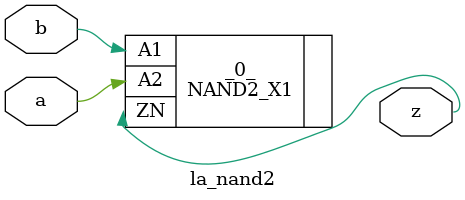
<source format=v>

/* Generated by Yosys 0.37 (git sha1 a5c7f69ed, clang 14.0.0-1ubuntu1.1 -fPIC -Os) */

module la_nand2(a, b, z);
  input a;
  wire a;
  input b;
  wire b;
  output z;
  wire z;
  NAND2_X1 _0_ (
    .A1(b),
    .A2(a),
    .ZN(z)
  );
endmodule

</source>
